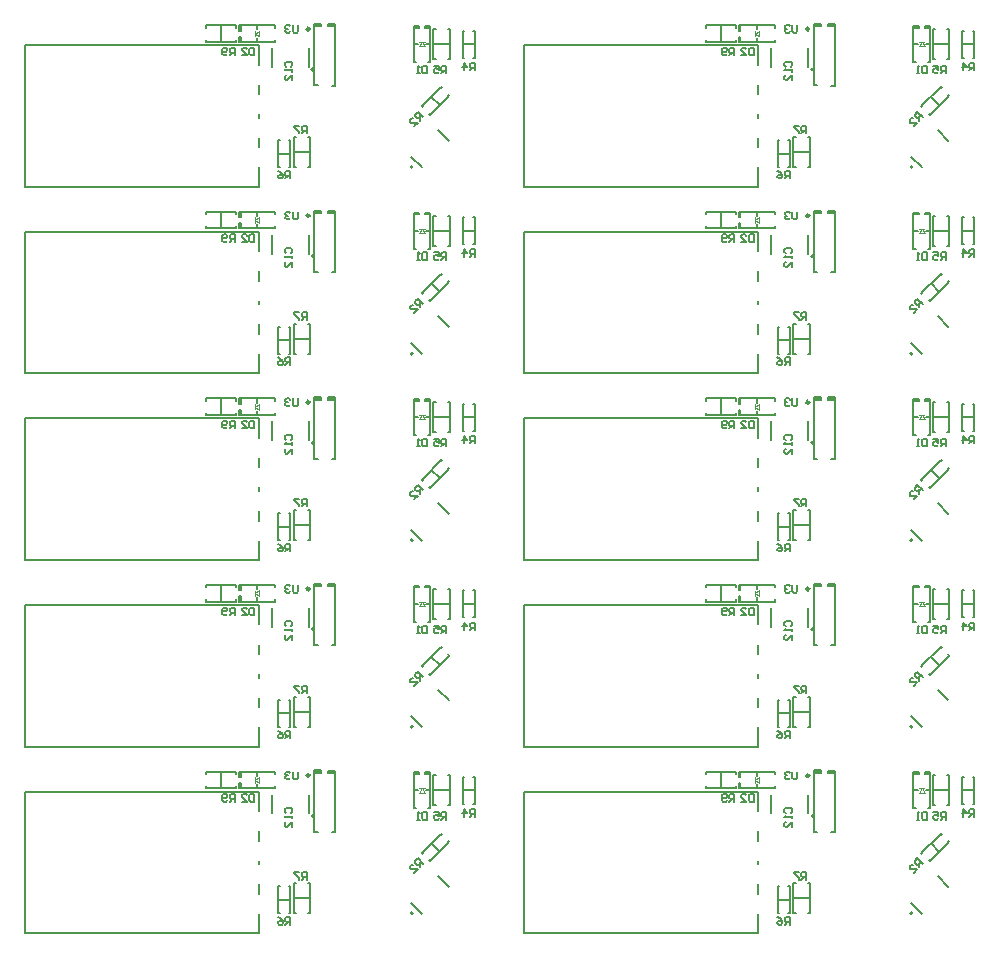
<source format=gbo>
G04*
G04 #@! TF.GenerationSoftware,Altium Limited,Altium Designer,22.10.1 (41)*
G04*
G04 Layer_Color=32896*
%FSTAX24Y24*%
%MOIN*%
G70*
G04*
G04 #@! TF.SameCoordinates,C4D65E7B-EEE1-4A75-A0B3-CD900F305789*
G04*
G04*
G04 #@! TF.FilePolarity,Positive*
G04*
G01*
G75*
%ADD55C,0.0079*%
%ADD56C,0.0098*%
%ADD57C,0.0059*%
%ADD58C,0.0050*%
%ADD59C,0.0060*%
%ADD60C,0.0039*%
%ADD61R,0.0236X0.0059*%
%ADD62R,0.0236X0.0059*%
%ADD63R,0.0236X0.0059*%
%ADD64R,0.0236X0.0059*%
D55*
X026112Y020491D02*
G03*
X026112Y020491I-000039J0D01*
G01*
X029414Y017243D02*
G03*
X029414Y017243I-000039J0D01*
G01*
X026827Y019957D02*
Y022004D01*
X026709Y019957D02*
X026827D01*
X026591Y022004D02*
X026827D01*
X026591Y021926D02*
Y022004D01*
Y021926D02*
X026827D01*
X026129Y019964D02*
Y022011D01*
X026365D01*
X026129Y019964D02*
X026247D01*
X026365Y021932D02*
Y022011D01*
X026129Y021932D02*
X026365D01*
X042766Y020491D02*
G03*
X042766Y020491I-000039J0D01*
G01*
X046068Y017243D02*
G03*
X046068Y017243I-000039J0D01*
G01*
X043481Y019957D02*
Y022004D01*
X043363Y019957D02*
X043481D01*
X043245Y022004D02*
X043481D01*
X043245Y021926D02*
Y022004D01*
Y021926D02*
X043481D01*
X042783Y019964D02*
Y022011D01*
X043019D01*
X042783Y019964D02*
X042901D01*
X043019Y021932D02*
Y022011D01*
X042783Y021932D02*
X043019D01*
X026112Y026712D02*
G03*
X026112Y026712I-000039J0D01*
G01*
X029414Y023464D02*
G03*
X029414Y023464I-000039J0D01*
G01*
X026827Y026178D02*
Y028225D01*
X026709Y026178D02*
X026827D01*
X026591Y028225D02*
X026827D01*
X026591Y028146D02*
Y028225D01*
Y028146D02*
X026827D01*
X026129Y026184D02*
Y028231D01*
X026365D01*
X026129Y026184D02*
X026247D01*
X026365Y028153D02*
Y028231D01*
X026129Y028153D02*
X026365D01*
X042766Y026712D02*
G03*
X042766Y026712I-000039J0D01*
G01*
X046068Y023464D02*
G03*
X046068Y023464I-000039J0D01*
G01*
X043481Y026178D02*
Y028225D01*
X043363Y026178D02*
X043481D01*
X043245Y028225D02*
X043481D01*
X043245Y028146D02*
Y028225D01*
Y028146D02*
X043481D01*
X042783Y026184D02*
Y028231D01*
X043019D01*
X042783Y026184D02*
X042901D01*
X043019Y028153D02*
Y028231D01*
X042783Y028153D02*
X043019D01*
X026112Y032932D02*
G03*
X026112Y032932I-000039J0D01*
G01*
X029414Y029684D02*
G03*
X029414Y029684I-000039J0D01*
G01*
X026827Y032398D02*
Y034445D01*
X026709Y032398D02*
X026827D01*
X026591Y034445D02*
X026827D01*
X026591Y034367D02*
Y034445D01*
Y034367D02*
X026827D01*
X026129Y032405D02*
Y034452D01*
X026365D01*
X026129Y032405D02*
X026247D01*
X026365Y034373D02*
Y034452D01*
X026129Y034373D02*
X026365D01*
X042766Y032932D02*
G03*
X042766Y032932I-000039J0D01*
G01*
X046068Y029684D02*
G03*
X046068Y029684I-000039J0D01*
G01*
X043481Y032398D02*
Y034445D01*
X043363Y032398D02*
X043481D01*
X043245Y034445D02*
X043481D01*
X043245Y034367D02*
Y034445D01*
Y034367D02*
X043481D01*
X042783Y032405D02*
Y034452D01*
X043019D01*
X042783Y032405D02*
X042901D01*
X043019Y034373D02*
Y034452D01*
X042783Y034373D02*
X043019D01*
X026112Y039153D02*
G03*
X026112Y039153I-000039J0D01*
G01*
X029414Y035905D02*
G03*
X029414Y035905I-000039J0D01*
G01*
X026827Y038618D02*
Y040666D01*
X026709Y038618D02*
X026827D01*
X026591Y040666D02*
X026827D01*
X026591Y040587D02*
Y040666D01*
Y040587D02*
X026827D01*
X026129Y038625D02*
Y040672D01*
X026365D01*
X026129Y038625D02*
X026247D01*
X026365Y040594D02*
Y040672D01*
X026129Y040594D02*
X026365D01*
X042766Y039153D02*
G03*
X042766Y039153I-000039J0D01*
G01*
X046068Y035905D02*
G03*
X046068Y035905I-000039J0D01*
G01*
X043481Y038618D02*
Y040666D01*
X043363Y038618D02*
X043481D01*
X043245Y040666D02*
X043481D01*
X043245Y040587D02*
Y040666D01*
Y040587D02*
X043481D01*
X042783Y038625D02*
Y040672D01*
X043019D01*
X042783Y038625D02*
X042901D01*
X043019Y040594D02*
Y040672D01*
X042783Y040594D02*
X043019D01*
X026112Y045373D02*
G03*
X026112Y045373I-000039J0D01*
G01*
X029414Y042125D02*
G03*
X029414Y042125I-000039J0D01*
G01*
X026827Y044839D02*
Y046886D01*
X026709Y044839D02*
X026827D01*
X026591Y046886D02*
X026827D01*
X026591Y046807D02*
Y046886D01*
Y046807D02*
X026827D01*
X026129Y044846D02*
Y046893D01*
X026365D01*
X026129Y044846D02*
X026247D01*
X026365Y046814D02*
Y046893D01*
X026129Y046814D02*
X026365D01*
X042766Y045373D02*
G03*
X042766Y045373I-000039J0D01*
G01*
X046068Y042125D02*
G03*
X046068Y042125I-000039J0D01*
G01*
X043481Y044839D02*
Y046886D01*
X043363Y044839D02*
X043481D01*
X043245Y046886D02*
X043481D01*
X043245Y046807D02*
Y046886D01*
Y046807D02*
X043481D01*
X042783Y044846D02*
Y046893D01*
X043019D01*
X042783Y044846D02*
X042901D01*
X043019Y046814D02*
Y046893D01*
X042783Y046814D02*
X043019D01*
D56*
X025972Y021841D02*
G03*
X025972Y021841I-000049J0D01*
G01*
X042626D02*
G03*
X042626Y021841I-000049J0D01*
G01*
X025972Y028062D02*
G03*
X025972Y028062I-000049J0D01*
G01*
X042626D02*
G03*
X042626Y028062I-000049J0D01*
G01*
X025972Y034282D02*
G03*
X025972Y034282I-000049J0D01*
G01*
X042626D02*
G03*
X042626Y034282I-000049J0D01*
G01*
X025972Y040503D02*
G03*
X025972Y040503I-000049J0D01*
G01*
X042626D02*
G03*
X042626Y040503I-000049J0D01*
G01*
X025972Y046723D02*
G03*
X025972Y046723I-000049J0D01*
G01*
X042626D02*
G03*
X042626Y046723I-000049J0D01*
G01*
D57*
X023023Y021416D02*
Y021967D01*
X023523Y021891D02*
Y021967D01*
X022523D02*
X023523D01*
X022523Y021891D02*
Y021967D01*
Y021416D02*
Y021491D01*
Y021416D02*
X023523D01*
Y021491D01*
X024223Y021829D02*
Y021967D01*
Y021416D02*
Y021554D01*
X024823Y021416D02*
Y021491D01*
X023632Y021416D02*
X024823D01*
X023673D02*
Y021591D01*
Y021791D02*
Y021967D01*
X023632D02*
X024823D01*
Y021891D02*
Y021967D01*
X023623Y021416D02*
X023673D01*
X023623D02*
Y021591D01*
X023673D01*
X023623Y021967D02*
X023673D01*
X023623Y021791D02*
Y021967D01*
Y021791D02*
X023673D01*
X025447Y017741D02*
X025998D01*
X025923Y017241D02*
X025998D01*
Y018241D01*
X025923D02*
X025998D01*
X025447D02*
X025523D01*
X025447Y017241D02*
Y018241D01*
Y017241D02*
X025523D01*
X031423Y021791D02*
X031473D01*
Y020891D02*
Y021791D01*
X031423Y020891D02*
X031473D01*
X031073D02*
X031123D01*
X031073D02*
Y021791D01*
X031123D01*
X031073Y021341D02*
X031473D01*
X029861D02*
X029999D01*
X029447D02*
X029585D01*
X029447Y020741D02*
X029523Y020741D01*
X029447Y021932D02*
X029447Y020741D01*
X029447Y021891D02*
X029623Y021891D01*
X029823Y021891D02*
X029999Y021891D01*
X029999Y021932D02*
X029999Y020741D01*
X029923Y020741D02*
X029999Y020741D01*
X029447Y021941D02*
X029447Y021891D01*
X029447Y021941D02*
X029623D01*
X029623Y021891D01*
X029999Y021941D02*
X029999Y021891D01*
X029823Y021941D02*
X029999D01*
X029823Y021891D02*
Y021941D01*
X030597Y019653D02*
X030633Y019618D01*
X029996Y018982D02*
X030633Y019618D01*
X029961Y019017D02*
X029996Y018982D01*
X029713Y019265D02*
X029749Y019229D01*
X029713Y019265D02*
X03035Y019901D01*
X030385Y019866D01*
X030031Y019583D02*
X030314Y0193D01*
X024271Y020654D02*
Y021304D01*
Y01967D02*
Y019985D01*
Y018882D02*
Y019D01*
Y017898D02*
Y018213D01*
Y016579D02*
Y017229D01*
X016475Y016579D02*
X024271Y016579D01*
X016475Y021304D02*
X024271D01*
X016475Y016579D02*
X016475Y021304D01*
X030573Y021841D02*
X030649Y021841D01*
X030649Y020841D01*
X030573Y020841D02*
X030649Y020841D01*
X030097D02*
X030173D01*
X030097D02*
Y021841D01*
X030173D01*
X030097Y021341D02*
X030649D01*
X024923Y017691D02*
X025323D01*
X025273Y017241D02*
X025323D01*
Y018141D01*
X025273D02*
X025323D01*
X024923D02*
X024973D01*
X024923Y017241D02*
Y018141D01*
Y017241D02*
X024973D01*
X039676Y021416D02*
Y021967D01*
X040176Y021891D02*
Y021967D01*
X039176D02*
X040176D01*
X039176Y021891D02*
Y021967D01*
Y021416D02*
Y021491D01*
Y021416D02*
X040176D01*
Y021491D01*
X040876Y021829D02*
Y021967D01*
Y021416D02*
Y021554D01*
X041476Y021416D02*
Y021491D01*
X040286Y021416D02*
X041476D01*
X040326D02*
Y021591D01*
Y021791D02*
Y021967D01*
X040286D02*
X041476D01*
Y021891D02*
Y021967D01*
X040276Y021416D02*
X040326D01*
X040276D02*
Y021591D01*
X040326D01*
X040276Y021967D02*
X040326D01*
X040276Y021791D02*
Y021967D01*
Y021791D02*
X040326D01*
X042101Y017741D02*
X042652D01*
X042576Y017241D02*
X042652D01*
Y018241D01*
X042576D02*
X042652D01*
X042101D02*
X042176D01*
X042101Y017241D02*
Y018241D01*
Y017241D02*
X042176D01*
X048076Y021791D02*
X048126D01*
Y020891D02*
Y021791D01*
X048076Y020891D02*
X048126D01*
X047726D02*
X047776D01*
X047726D02*
Y021791D01*
X047776D01*
X047726Y021341D02*
X048126D01*
X046514D02*
X046652D01*
X046101D02*
X046239D01*
X046101Y020741D02*
X046176Y020741D01*
X046101Y021932D02*
X046101Y020741D01*
X046101Y021891D02*
X046276Y021891D01*
X046476Y021891D02*
X046652Y021891D01*
X046652Y021932D02*
X046652Y020741D01*
X046576Y020741D02*
X046652Y020741D01*
X046101Y021941D02*
X046101Y021891D01*
X046101Y021941D02*
X046276D01*
X046276Y021891D01*
X046652Y021941D02*
X046652Y021891D01*
X046476Y021941D02*
X046652D01*
X046476Y021891D02*
Y021941D01*
X047251Y019653D02*
X047286Y019618D01*
X04665Y018982D02*
X047286Y019618D01*
X046614Y019017D02*
X04665Y018982D01*
X046367Y019265D02*
X046402Y019229D01*
X046367Y019265D02*
X047003Y019901D01*
X047039Y019866D01*
X046685Y019583D02*
X046968Y0193D01*
X040924Y020654D02*
Y021304D01*
Y01967D02*
Y019985D01*
Y018882D02*
Y019D01*
Y017898D02*
Y018213D01*
Y016579D02*
Y017229D01*
X033129Y016579D02*
X040924Y016579D01*
X033129Y021304D02*
X040924D01*
X033129Y016579D02*
X033129Y021304D01*
X047226Y021841D02*
X047302Y021841D01*
X047302Y020841D01*
X047226Y020841D02*
X047302Y020841D01*
X046751D02*
X046826D01*
X046751D02*
Y021841D01*
X046826D01*
X046751Y021341D02*
X047302D01*
X041576Y017691D02*
X041976D01*
X041926Y017241D02*
X041976D01*
Y018141D01*
X041926D02*
X041976D01*
X041576D02*
X041626D01*
X041576Y017241D02*
Y018141D01*
Y017241D02*
X041626D01*
X023023Y027636D02*
Y028187D01*
X023523Y028112D02*
Y028187D01*
X022523D02*
X023523D01*
X022523Y028112D02*
Y028187D01*
Y027636D02*
Y027712D01*
Y027636D02*
X023523D01*
Y027712D01*
X024223Y02805D02*
Y028187D01*
Y027636D02*
Y027774D01*
X024823Y027636D02*
Y027712D01*
X023632Y027636D02*
X024823D01*
X023673D02*
Y027812D01*
Y028012D02*
Y028187D01*
X023632D02*
X024823D01*
Y028112D02*
Y028187D01*
X023623Y027636D02*
X023673D01*
X023623D02*
Y027812D01*
X023673D01*
X023623Y028187D02*
X023673D01*
X023623Y028012D02*
Y028187D01*
Y028012D02*
X023673D01*
X025447Y023962D02*
X025998D01*
X025923Y023462D02*
X025998D01*
Y024462D01*
X025923D02*
X025998D01*
X025447D02*
X025523D01*
X025447Y023462D02*
Y024462D01*
Y023462D02*
X025523D01*
X031423Y028012D02*
X031473D01*
Y027112D02*
Y028012D01*
X031423Y027112D02*
X031473D01*
X031073D02*
X031123D01*
X031073D02*
Y028012D01*
X031123D01*
X031073Y027562D02*
X031473D01*
X029861D02*
X029999D01*
X029447D02*
X029585D01*
X029447Y026962D02*
X029523Y026962D01*
X029447Y028152D02*
X029447Y026962D01*
X029447Y028112D02*
X029623Y028112D01*
X029823Y028112D02*
X029999Y028112D01*
X029999Y028152D02*
X029999Y026962D01*
X029923Y026962D02*
X029999Y026962D01*
X029447Y028162D02*
X029447Y028112D01*
X029447Y028162D02*
X029623D01*
X029623Y028112D01*
X029999Y028162D02*
X029999Y028112D01*
X029823Y028162D02*
X029999D01*
X029823Y028112D02*
Y028162D01*
X030597Y025874D02*
X030633Y025839D01*
X029996Y025202D02*
X030633Y025839D01*
X029961Y025238D02*
X029996Y025202D01*
X029713Y025485D02*
X029749Y02545D01*
X029713Y025485D02*
X03035Y026121D01*
X030385Y026086D01*
X030031Y025803D02*
X030314Y02552D01*
X024271Y026874D02*
Y027524D01*
Y02589D02*
Y026205D01*
Y025103D02*
Y025221D01*
Y024118D02*
Y024433D01*
Y0228D02*
Y023449D01*
X016475Y0228D02*
X024271Y0228D01*
X016475Y027524D02*
X024271D01*
X016475Y0228D02*
X016475Y027524D01*
X030573Y028062D02*
X030649Y028062D01*
X030649Y027062D01*
X030573Y027062D02*
X030649Y027062D01*
X030097D02*
X030173D01*
X030097D02*
Y028062D01*
X030173D01*
X030097Y027562D02*
X030649D01*
X024923Y023912D02*
X025323D01*
X025273Y023462D02*
X025323D01*
Y024362D01*
X025273D02*
X025323D01*
X024923D02*
X024973D01*
X024923Y023462D02*
Y024362D01*
Y023462D02*
X024973D01*
X039676Y027636D02*
Y028187D01*
X040176Y028112D02*
Y028187D01*
X039176D02*
X040176D01*
X039176Y028112D02*
Y028187D01*
Y027636D02*
Y027712D01*
Y027636D02*
X040176D01*
Y027712D01*
X040876Y02805D02*
Y028187D01*
Y027636D02*
Y027774D01*
X041476Y027636D02*
Y027712D01*
X040286Y027636D02*
X041476D01*
X040326D02*
Y027812D01*
Y028012D02*
Y028187D01*
X040286D02*
X041476D01*
Y028112D02*
Y028187D01*
X040276Y027636D02*
X040326D01*
X040276D02*
Y027812D01*
X040326D01*
X040276Y028187D02*
X040326D01*
X040276Y028012D02*
Y028187D01*
Y028012D02*
X040326D01*
X042101Y023962D02*
X042652D01*
X042576Y023462D02*
X042652D01*
Y024462D01*
X042576D02*
X042652D01*
X042101D02*
X042176D01*
X042101Y023462D02*
Y024462D01*
Y023462D02*
X042176D01*
X048076Y028012D02*
X048126D01*
Y027112D02*
Y028012D01*
X048076Y027112D02*
X048126D01*
X047726D02*
X047776D01*
X047726D02*
Y028012D01*
X047776D01*
X047726Y027562D02*
X048126D01*
X046514D02*
X046652D01*
X046101D02*
X046239D01*
X046101Y026962D02*
X046176Y026962D01*
X046101Y028152D02*
X046101Y026962D01*
X046101Y028112D02*
X046276Y028112D01*
X046476Y028112D02*
X046652Y028112D01*
X046652Y028152D02*
X046652Y026962D01*
X046576Y026962D02*
X046652Y026962D01*
X046101Y028162D02*
X046101Y028112D01*
X046101Y028162D02*
X046276D01*
X046276Y028112D01*
X046652Y028162D02*
X046652Y028112D01*
X046476Y028162D02*
X046652D01*
X046476Y028112D02*
Y028162D01*
X047251Y025874D02*
X047286Y025839D01*
X04665Y025202D02*
X047286Y025839D01*
X046614Y025238D02*
X04665Y025202D01*
X046367Y025485D02*
X046402Y02545D01*
X046367Y025485D02*
X047003Y026121D01*
X047039Y026086D01*
X046685Y025803D02*
X046968Y02552D01*
X040924Y026874D02*
Y027524D01*
Y02589D02*
Y026205D01*
Y025103D02*
Y025221D01*
Y024118D02*
Y024433D01*
Y0228D02*
Y023449D01*
X033129Y0228D02*
X040924Y0228D01*
X033129Y027524D02*
X040924D01*
X033129Y0228D02*
X033129Y027524D01*
X047226Y028062D02*
X047302Y028062D01*
X047302Y027062D01*
X047226Y027062D02*
X047302Y027062D01*
X046751D02*
X046826D01*
X046751D02*
Y028062D01*
X046826D01*
X046751Y027562D02*
X047302D01*
X041576Y023912D02*
X041976D01*
X041926Y023462D02*
X041976D01*
Y024362D01*
X041926D02*
X041976D01*
X041576D02*
X041626D01*
X041576Y023462D02*
Y024362D01*
Y023462D02*
X041626D01*
X023023Y033857D02*
Y034408D01*
X023523Y034332D02*
Y034408D01*
X022523D02*
X023523D01*
X022523Y034332D02*
Y034408D01*
Y033857D02*
Y033932D01*
Y033857D02*
X023523D01*
Y033932D01*
X024223Y03427D02*
Y034408D01*
Y033857D02*
Y033994D01*
X024823Y033857D02*
Y033932D01*
X023632Y033857D02*
X024823D01*
X023673D02*
Y034032D01*
Y034232D02*
Y034408D01*
X023632D02*
X024823D01*
Y034332D02*
Y034408D01*
X023623Y033857D02*
X023673D01*
X023623D02*
Y034032D01*
X023673D01*
X023623Y034408D02*
X023673D01*
X023623Y034232D02*
Y034408D01*
Y034232D02*
X023673D01*
X025447Y030182D02*
X025998D01*
X025923Y029682D02*
X025998D01*
Y030682D01*
X025923D02*
X025998D01*
X025447D02*
X025523D01*
X025447Y029682D02*
Y030682D01*
Y029682D02*
X025523D01*
X031423Y034232D02*
X031473D01*
Y033332D02*
Y034232D01*
X031423Y033332D02*
X031473D01*
X031073D02*
X031123D01*
X031073D02*
Y034232D01*
X031123D01*
X031073Y033782D02*
X031473D01*
X029861D02*
X029999D01*
X029447D02*
X029585D01*
X029447Y033182D02*
X029523Y033182D01*
X029447Y034373D02*
X029447Y033182D01*
X029447Y034332D02*
X029623Y034332D01*
X029823Y034332D02*
X029999Y034332D01*
X029999Y034373D02*
X029999Y033182D01*
X029923Y033182D02*
X029999Y033182D01*
X029447Y034382D02*
X029447Y034332D01*
X029447Y034382D02*
X029623D01*
X029623Y034332D01*
X029999Y034382D02*
X029999Y034332D01*
X029823Y034382D02*
X029999D01*
X029823Y034332D02*
Y034382D01*
X030597Y032094D02*
X030633Y032059D01*
X029996Y031423D02*
X030633Y032059D01*
X029961Y031458D02*
X029996Y031423D01*
X029713Y031705D02*
X029749Y03167D01*
X029713Y031705D02*
X03035Y032342D01*
X030385Y032307D01*
X030031Y032024D02*
X030314Y031741D01*
X024271Y033095D02*
Y033744D01*
Y032111D02*
Y032426D01*
Y031323D02*
Y031441D01*
Y030339D02*
Y030654D01*
Y02902D02*
Y02967D01*
X016475Y02902D02*
X024271Y02902D01*
X016475Y033744D02*
X024271D01*
X016475Y02902D02*
X016475Y033744D01*
X030573Y034282D02*
X030649Y034282D01*
X030649Y033282D01*
X030573Y033282D02*
X030649Y033282D01*
X030097D02*
X030173D01*
X030097D02*
Y034282D01*
X030173D01*
X030097Y033782D02*
X030649D01*
X024923Y030132D02*
X025323D01*
X025273Y029682D02*
X025323D01*
Y030582D01*
X025273D02*
X025323D01*
X024923D02*
X024973D01*
X024923Y029682D02*
Y030582D01*
Y029682D02*
X024973D01*
X039676Y033857D02*
Y034408D01*
X040176Y034332D02*
Y034408D01*
X039176D02*
X040176D01*
X039176Y034332D02*
Y034408D01*
Y033857D02*
Y033932D01*
Y033857D02*
X040176D01*
Y033932D01*
X040876Y03427D02*
Y034408D01*
Y033857D02*
Y033994D01*
X041476Y033857D02*
Y033932D01*
X040286Y033857D02*
X041476D01*
X040326D02*
Y034032D01*
Y034232D02*
Y034408D01*
X040286D02*
X041476D01*
Y034332D02*
Y034408D01*
X040276Y033857D02*
X040326D01*
X040276D02*
Y034032D01*
X040326D01*
X040276Y034408D02*
X040326D01*
X040276Y034232D02*
Y034408D01*
Y034232D02*
X040326D01*
X042101Y030182D02*
X042652D01*
X042576Y029682D02*
X042652D01*
Y030682D01*
X042576D02*
X042652D01*
X042101D02*
X042176D01*
X042101Y029682D02*
Y030682D01*
Y029682D02*
X042176D01*
X048076Y034232D02*
X048126D01*
Y033332D02*
Y034232D01*
X048076Y033332D02*
X048126D01*
X047726D02*
X047776D01*
X047726D02*
Y034232D01*
X047776D01*
X047726Y033782D02*
X048126D01*
X046514D02*
X046652D01*
X046101D02*
X046239D01*
X046101Y033182D02*
X046176Y033182D01*
X046101Y034373D02*
X046101Y033182D01*
X046101Y034332D02*
X046276Y034332D01*
X046476Y034332D02*
X046652Y034332D01*
X046652Y034373D02*
X046652Y033182D01*
X046576Y033182D02*
X046652Y033182D01*
X046101Y034382D02*
X046101Y034332D01*
X046101Y034382D02*
X046276D01*
X046276Y034332D01*
X046652Y034382D02*
X046652Y034332D01*
X046476Y034382D02*
X046652D01*
X046476Y034332D02*
Y034382D01*
X047251Y032094D02*
X047286Y032059D01*
X04665Y031423D02*
X047286Y032059D01*
X046614Y031458D02*
X04665Y031423D01*
X046367Y031705D02*
X046402Y03167D01*
X046367Y031705D02*
X047003Y032342D01*
X047039Y032307D01*
X046685Y032024D02*
X046968Y031741D01*
X040924Y033095D02*
Y033744D01*
Y032111D02*
Y032426D01*
Y031323D02*
Y031441D01*
Y030339D02*
Y030654D01*
Y02902D02*
Y02967D01*
X033129Y02902D02*
X040924Y02902D01*
X033129Y033744D02*
X040924D01*
X033129Y02902D02*
X033129Y033744D01*
X047226Y034282D02*
X047302Y034282D01*
X047302Y033282D01*
X047226Y033282D02*
X047302Y033282D01*
X046751D02*
X046826D01*
X046751D02*
Y034282D01*
X046826D01*
X046751Y033782D02*
X047302D01*
X041576Y030132D02*
X041976D01*
X041926Y029682D02*
X041976D01*
Y030582D01*
X041926D02*
X041976D01*
X041576D02*
X041626D01*
X041576Y029682D02*
Y030582D01*
Y029682D02*
X041626D01*
X023023Y040077D02*
Y040628D01*
X023523Y040553D02*
Y040628D01*
X022523D02*
X023523D01*
X022523Y040553D02*
Y040628D01*
Y040077D02*
Y040153D01*
Y040077D02*
X023523D01*
Y040153D01*
X024223Y040491D02*
Y040628D01*
Y040077D02*
Y040215D01*
X024823Y040077D02*
Y040153D01*
X023632Y040077D02*
X024823D01*
X023673D02*
Y040253D01*
Y040453D02*
Y040628D01*
X023632D02*
X024823D01*
Y040553D02*
Y040628D01*
X023623Y040077D02*
X023673D01*
X023623D02*
Y040253D01*
X023673D01*
X023623Y040628D02*
X023673D01*
X023623Y040453D02*
Y040628D01*
Y040453D02*
X023673D01*
X025447Y036403D02*
X025998D01*
X025923Y035903D02*
X025998D01*
Y036903D01*
X025923D02*
X025998D01*
X025447D02*
X025523D01*
X025447Y035903D02*
Y036903D01*
Y035903D02*
X025523D01*
X031423Y040453D02*
X031473D01*
Y039553D02*
Y040453D01*
X031423Y039553D02*
X031473D01*
X031073D02*
X031123D01*
X031073D02*
Y040453D01*
X031123D01*
X031073Y040003D02*
X031473D01*
X029861D02*
X029999D01*
X029447D02*
X029585D01*
X029447Y039403D02*
X029523Y039403D01*
X029447Y040593D02*
X029447Y039403D01*
X029447Y040553D02*
X029623Y040553D01*
X029823Y040553D02*
X029999Y040553D01*
X029999Y040593D02*
X029999Y039403D01*
X029923Y039403D02*
X029999Y039403D01*
X029447Y040603D02*
X029447Y040553D01*
X029447Y040603D02*
X029623D01*
X029623Y040553D01*
X029999Y040603D02*
X029999Y040553D01*
X029823Y040603D02*
X029999D01*
X029823Y040553D02*
Y040603D01*
X030597Y038315D02*
X030633Y03828D01*
X029996Y037643D02*
X030633Y03828D01*
X029961Y037678D02*
X029996Y037643D01*
X029713Y037926D02*
X029749Y037891D01*
X029713Y037926D02*
X03035Y038562D01*
X030385Y038527D01*
X030031Y038244D02*
X030314Y037961D01*
X024271Y039315D02*
Y039965D01*
Y038331D02*
Y038646D01*
Y037544D02*
Y037662D01*
Y036559D02*
Y036874D01*
Y035241D02*
Y03589D01*
X016475Y035241D02*
X024271Y035241D01*
X016475Y039965D02*
X024271D01*
X016475Y035241D02*
X016475Y039965D01*
X030573Y040503D02*
X030649Y040503D01*
X030649Y039503D01*
X030573Y039503D02*
X030649Y039503D01*
X030097D02*
X030173D01*
X030097D02*
Y040503D01*
X030173D01*
X030097Y040003D02*
X030649D01*
X024923Y036353D02*
X025323D01*
X025273Y035903D02*
X025323D01*
Y036803D01*
X025273D02*
X025323D01*
X024923D02*
X024973D01*
X024923Y035903D02*
Y036803D01*
Y035903D02*
X024973D01*
X039676Y040077D02*
Y040628D01*
X040176Y040553D02*
Y040628D01*
X039176D02*
X040176D01*
X039176Y040553D02*
Y040628D01*
Y040077D02*
Y040153D01*
Y040077D02*
X040176D01*
Y040153D01*
X040876Y040491D02*
Y040628D01*
Y040077D02*
Y040215D01*
X041476Y040077D02*
Y040153D01*
X040286Y040077D02*
X041476D01*
X040326D02*
Y040253D01*
Y040453D02*
Y040628D01*
X040286D02*
X041476D01*
Y040553D02*
Y040628D01*
X040276Y040077D02*
X040326D01*
X040276D02*
Y040253D01*
X040326D01*
X040276Y040628D02*
X040326D01*
X040276Y040453D02*
Y040628D01*
Y040453D02*
X040326D01*
X042101Y036403D02*
X042652D01*
X042576Y035903D02*
X042652D01*
Y036903D01*
X042576D02*
X042652D01*
X042101D02*
X042176D01*
X042101Y035903D02*
Y036903D01*
Y035903D02*
X042176D01*
X048076Y040453D02*
X048126D01*
Y039553D02*
Y040453D01*
X048076Y039553D02*
X048126D01*
X047726D02*
X047776D01*
X047726D02*
Y040453D01*
X047776D01*
X047726Y040003D02*
X048126D01*
X046514D02*
X046652D01*
X046101D02*
X046239D01*
X046101Y039403D02*
X046176Y039403D01*
X046101Y040593D02*
X046101Y039403D01*
X046101Y040553D02*
X046276Y040553D01*
X046476Y040553D02*
X046652Y040553D01*
X046652Y040593D02*
X046652Y039403D01*
X046576Y039403D02*
X046652Y039403D01*
X046101Y040603D02*
X046101Y040553D01*
X046101Y040603D02*
X046276D01*
X046276Y040553D01*
X046652Y040603D02*
X046652Y040553D01*
X046476Y040603D02*
X046652D01*
X046476Y040553D02*
Y040603D01*
X047251Y038315D02*
X047286Y03828D01*
X04665Y037643D02*
X047286Y03828D01*
X046614Y037678D02*
X04665Y037643D01*
X046367Y037926D02*
X046402Y037891D01*
X046367Y037926D02*
X047003Y038562D01*
X047039Y038527D01*
X046685Y038244D02*
X046968Y037961D01*
X040924Y039315D02*
Y039965D01*
Y038331D02*
Y038646D01*
Y037544D02*
Y037662D01*
Y036559D02*
Y036874D01*
Y035241D02*
Y03589D01*
X033129Y035241D02*
X040924Y035241D01*
X033129Y039965D02*
X040924D01*
X033129Y035241D02*
X033129Y039965D01*
X047226Y040503D02*
X047302Y040503D01*
X047302Y039503D01*
X047226Y039503D02*
X047302Y039503D01*
X046751D02*
X046826D01*
X046751D02*
Y040503D01*
X046826D01*
X046751Y040003D02*
X047302D01*
X041576Y036353D02*
X041976D01*
X041926Y035903D02*
X041976D01*
Y036803D01*
X041926D02*
X041976D01*
X041576D02*
X041626D01*
X041576Y035903D02*
Y036803D01*
Y035903D02*
X041626D01*
X023023Y046298D02*
Y046849D01*
X023523Y046773D02*
Y046849D01*
X022523D02*
X023523D01*
X022523Y046773D02*
Y046849D01*
Y046298D02*
Y046373D01*
Y046298D02*
X023523D01*
Y046373D01*
X024223Y046711D02*
Y046849D01*
Y046298D02*
Y046435D01*
X024823Y046298D02*
Y046373D01*
X023632Y046298D02*
X024823D01*
X023673D02*
Y046473D01*
Y046673D02*
Y046849D01*
X023632D02*
X024823D01*
Y046773D02*
Y046849D01*
X023623Y046298D02*
X023673D01*
X023623D02*
Y046473D01*
X023673D01*
X023623Y046849D02*
X023673D01*
X023623Y046673D02*
Y046849D01*
Y046673D02*
X023673D01*
X025447Y042623D02*
X025998D01*
X025923Y042123D02*
X025998D01*
Y043123D01*
X025923D02*
X025998D01*
X025447D02*
X025523D01*
X025447Y042123D02*
Y043123D01*
Y042123D02*
X025523D01*
X031423Y046673D02*
X031473D01*
Y045773D02*
Y046673D01*
X031423Y045773D02*
X031473D01*
X031073D02*
X031123D01*
X031073D02*
Y046673D01*
X031123D01*
X031073Y046223D02*
X031473D01*
X029861D02*
X029999D01*
X029447D02*
X029585D01*
X029447Y045623D02*
X029523Y045623D01*
X029447Y046814D02*
X029447Y045623D01*
X029447Y046773D02*
X029623Y046773D01*
X029823Y046773D02*
X029999Y046773D01*
X029999Y046814D02*
X029999Y045623D01*
X029923Y045623D02*
X029999Y045623D01*
X029447Y046823D02*
X029447Y046773D01*
X029447Y046823D02*
X029623D01*
X029623Y046773D01*
X029999Y046823D02*
X029999Y046773D01*
X029823Y046823D02*
X029999D01*
X029823Y046773D02*
Y046823D01*
X030597Y044535D02*
X030633Y0445D01*
X029996Y043864D02*
X030633Y0445D01*
X029961Y043899D02*
X029996Y043864D01*
X029713Y044146D02*
X029749Y044111D01*
X029713Y044146D02*
X03035Y044783D01*
X030385Y044747D01*
X030031Y044465D02*
X030314Y044182D01*
X024271Y045536D02*
Y046185D01*
Y044552D02*
Y044867D01*
Y043764D02*
Y043882D01*
Y04278D02*
Y043095D01*
Y041461D02*
Y042111D01*
X016475Y041461D02*
X024271Y041461D01*
X016475Y046185D02*
X024271D01*
X016475Y041461D02*
X016475Y046185D01*
X030573Y046723D02*
X030649Y046723D01*
X030649Y045723D01*
X030573Y045723D02*
X030649Y045723D01*
X030097D02*
X030173D01*
X030097D02*
Y046723D01*
X030173D01*
X030097Y046223D02*
X030649D01*
X024923Y042573D02*
X025323D01*
X025273Y042123D02*
X025323D01*
Y043023D01*
X025273D02*
X025323D01*
X024923D02*
X024973D01*
X024923Y042123D02*
Y043023D01*
Y042123D02*
X024973D01*
X039676Y046298D02*
Y046849D01*
X040176Y046773D02*
Y046849D01*
X039176D02*
X040176D01*
X039176Y046773D02*
Y046849D01*
Y046298D02*
Y046373D01*
Y046298D02*
X040176D01*
Y046373D01*
X040876Y046711D02*
Y046849D01*
Y046298D02*
Y046435D01*
X041476Y046298D02*
Y046373D01*
X040286Y046298D02*
X041476D01*
X040326D02*
Y046473D01*
Y046673D02*
Y046849D01*
X040286D02*
X041476D01*
Y046773D02*
Y046849D01*
X040276Y046298D02*
X040326D01*
X040276D02*
Y046473D01*
X040326D01*
X040276Y046849D02*
X040326D01*
X040276Y046673D02*
Y046849D01*
Y046673D02*
X040326D01*
X042101Y042623D02*
X042652D01*
X042576Y042123D02*
X042652D01*
Y043123D01*
X042576D02*
X042652D01*
X042101D02*
X042176D01*
X042101Y042123D02*
Y043123D01*
Y042123D02*
X042176D01*
X048076Y046673D02*
X048126D01*
Y045773D02*
Y046673D01*
X048076Y045773D02*
X048126D01*
X047726D02*
X047776D01*
X047726D02*
Y046673D01*
X047776D01*
X047726Y046223D02*
X048126D01*
X046514D02*
X046652D01*
X046101D02*
X046239D01*
X046101Y045623D02*
X046176Y045623D01*
X046101Y046814D02*
X046101Y045623D01*
X046101Y046773D02*
X046276Y046773D01*
X046476Y046773D02*
X046652Y046773D01*
X046652Y046814D02*
X046652Y045623D01*
X046576Y045623D02*
X046652Y045623D01*
X046101Y046823D02*
X046101Y046773D01*
X046101Y046823D02*
X046276D01*
X046276Y046773D01*
X046652Y046823D02*
X046652Y046773D01*
X046476Y046823D02*
X046652D01*
X046476Y046773D02*
Y046823D01*
X047251Y044535D02*
X047286Y0445D01*
X04665Y043864D02*
X047286Y0445D01*
X046614Y043899D02*
X04665Y043864D01*
X046367Y044146D02*
X046402Y044111D01*
X046367Y044146D02*
X047003Y044783D01*
X047039Y044747D01*
X046685Y044465D02*
X046968Y044182D01*
X040924Y045536D02*
Y046185D01*
Y044552D02*
Y044867D01*
Y043764D02*
Y043882D01*
Y04278D02*
Y043095D01*
Y041461D02*
Y042111D01*
X033129Y041461D02*
X040924Y041461D01*
X033129Y046185D02*
X040924D01*
X033129Y041461D02*
X033129Y046185D01*
X047226Y046723D02*
X047302Y046723D01*
X047302Y045723D01*
X047226Y045723D02*
X047302Y045723D01*
X046751D02*
X046826D01*
X046751D02*
Y046723D01*
X046826D01*
X046751Y046223D02*
X047302D01*
X041576Y042573D02*
X041976D01*
X041926Y042123D02*
X041976D01*
Y043023D01*
X041926D02*
X041976D01*
X041576D02*
X041626D01*
X041576Y042123D02*
Y043023D01*
Y042123D02*
X041626D01*
D58*
X025938Y020576D02*
Y021206D01*
X024707Y020576D02*
Y021206D01*
X029361Y017591D02*
X029723Y017229D01*
X030252Y018482D02*
X030614Y01812D01*
X042592Y020576D02*
Y021206D01*
X041361Y020576D02*
Y021206D01*
X046015Y017591D02*
X046376Y017229D01*
X046905Y018482D02*
X047267Y01812D01*
X025938Y026797D02*
Y027427D01*
X024707Y026797D02*
Y027427D01*
X029361Y023812D02*
X029723Y02345D01*
X030252Y024703D02*
X030614Y024341D01*
X042592Y026797D02*
Y027427D01*
X041361Y026797D02*
Y027427D01*
X046015Y023812D02*
X046376Y02345D01*
X046905Y024703D02*
X047267Y024341D01*
X025938Y033017D02*
Y033647D01*
X024707Y033017D02*
Y033647D01*
X029361Y030032D02*
X029723Y02967D01*
X030252Y030923D02*
X030614Y030561D01*
X042592Y033017D02*
Y033647D01*
X041361Y033017D02*
Y033647D01*
X046015Y030032D02*
X046376Y02967D01*
X046905Y030923D02*
X047267Y030561D01*
X025938Y039238D02*
Y039868D01*
X024707Y039238D02*
Y039868D01*
X029361Y036253D02*
X029723Y035891D01*
X030252Y037144D02*
X030614Y036782D01*
X042592Y039238D02*
Y039868D01*
X041361Y039238D02*
Y039868D01*
X046015Y036253D02*
X046376Y035891D01*
X046905Y037144D02*
X047267Y036782D01*
X025938Y045458D02*
Y046088D01*
X024707Y045458D02*
Y046088D01*
X029361Y042473D02*
X029723Y042111D01*
X030252Y043364D02*
X030614Y043002D01*
X042592Y045458D02*
Y046088D01*
X041361Y045458D02*
Y046088D01*
X046015Y042473D02*
X046376Y042111D01*
X046905Y043364D02*
X047267Y043002D01*
D59*
X025581Y021966D02*
Y021758D01*
X02554Y021716D01*
X025456D01*
X025415Y021758D01*
Y021966D01*
X025331Y021925D02*
X02529Y021966D01*
X025206D01*
X025165Y021925D01*
Y021883D01*
X025206Y021841D01*
X025248D01*
X025206D01*
X025165Y0218D01*
Y021758D01*
X025206Y021716D01*
X02529D01*
X025331Y021758D01*
X023481Y020966D02*
Y021216D01*
X023356D01*
X023315Y021175D01*
Y021091D01*
X023356Y02105D01*
X023481D01*
X023398D02*
X023315Y020966D01*
X023231Y021008D02*
X02319Y020966D01*
X023106D01*
X023065Y021008D01*
Y021175D01*
X023106Y021216D01*
X02319D01*
X023231Y021175D01*
Y021133D01*
X02319Y021091D01*
X023065D01*
X025881Y018366D02*
Y018616D01*
X025756D01*
X025715Y018575D01*
Y018491D01*
X025756Y01845D01*
X025881D01*
X025798D02*
X025715Y018366D01*
X025631Y018616D02*
X025465D01*
Y018575D01*
X025631Y018408D01*
Y018366D01*
X025331Y016866D02*
Y017116D01*
X025206D01*
X025165Y017075D01*
Y016991D01*
X025206Y01695D01*
X025331D01*
X025248D02*
X025165Y016866D01*
X024915Y017116D02*
X024998Y017075D01*
X025081Y016991D01*
Y016908D01*
X02504Y016866D01*
X024956D01*
X024915Y016908D01*
Y01695D01*
X024956Y016991D01*
X025081D01*
X030531Y020366D02*
Y020616D01*
X030406D01*
X030365Y020575D01*
Y020491D01*
X030406Y02045D01*
X030531D01*
X030448D02*
X030365Y020366D01*
X030115Y020616D02*
X030281D01*
Y020491D01*
X030198Y020533D01*
X030156D01*
X030115Y020491D01*
Y020408D01*
X030156Y020366D01*
X03024D01*
X030281Y020408D01*
X031481Y020466D02*
Y020716D01*
X031356D01*
X031315Y020675D01*
Y020591D01*
X031356Y02055D01*
X031481D01*
X031398D02*
X031315Y020466D01*
X031106D02*
Y020716D01*
X031231Y020591D01*
X031065D01*
X029759Y0189D02*
X029582Y019077D01*
X029493Y018989D01*
Y01893D01*
X029552Y018871D01*
X029611Y018871D01*
X0297Y018959D01*
X029641Y0189D02*
X029641Y018782D01*
X029464Y018606D02*
X029582Y018724D01*
X029346D01*
X029317Y018753D01*
Y018812D01*
X029376Y018871D01*
X029435D01*
X024131Y021216D02*
Y020966D01*
X024006D01*
X023965Y021008D01*
Y021175D01*
X024006Y021216D01*
X024131D01*
X023715Y020966D02*
X023881D01*
X023715Y021133D01*
Y021175D01*
X023756Y021216D01*
X02384D01*
X023881Y021175D01*
X02989Y020616D02*
Y020366D01*
X029765D01*
X029723Y020408D01*
Y020575D01*
X029765Y020616D01*
X02989D01*
X02964Y020366D02*
X029556D01*
X029598D01*
Y020616D01*
X02964Y020575D01*
X02519Y020587D02*
X025148Y020629D01*
Y020712D01*
X02519Y020754D01*
X025356D01*
X025398Y020712D01*
Y020629D01*
X025356Y020587D01*
X025398Y020504D02*
Y02042D01*
Y020462D01*
X025148D01*
X02519Y020504D01*
X025398Y020129D02*
Y020296D01*
X025231Y020129D01*
X02519D01*
X025148Y020171D01*
Y020254D01*
X02519Y020296D01*
X042235Y021966D02*
Y021758D01*
X042193Y021716D01*
X04211D01*
X042068Y021758D01*
Y021966D01*
X041985Y021925D02*
X041943Y021966D01*
X04186D01*
X041818Y021925D01*
Y021883D01*
X04186Y021841D01*
X041901D01*
X04186D01*
X041818Y0218D01*
Y021758D01*
X04186Y021716D01*
X041943D01*
X041985Y021758D01*
X040135Y020966D02*
Y021216D01*
X04001D01*
X039968Y021175D01*
Y021091D01*
X04001Y02105D01*
X040135D01*
X040051D02*
X039968Y020966D01*
X039885Y021008D02*
X039843Y020966D01*
X03976D01*
X039718Y021008D01*
Y021175D01*
X03976Y021216D01*
X039843D01*
X039885Y021175D01*
Y021133D01*
X039843Y021091D01*
X039718D01*
X042535Y018366D02*
Y018616D01*
X04241D01*
X042368Y018575D01*
Y018491D01*
X04241Y01845D01*
X042535D01*
X042451D02*
X042368Y018366D01*
X042285Y018616D02*
X042118D01*
Y018575D01*
X042285Y018408D01*
Y018366D01*
X041985Y016866D02*
Y017116D01*
X04186D01*
X041818Y017075D01*
Y016991D01*
X04186Y01695D01*
X041985D01*
X041901D02*
X041818Y016866D01*
X041568Y017116D02*
X041651Y017075D01*
X041735Y016991D01*
Y016908D01*
X041693Y016866D01*
X04161D01*
X041568Y016908D01*
Y01695D01*
X04161Y016991D01*
X041735D01*
X047185Y020366D02*
Y020616D01*
X04706D01*
X047018Y020575D01*
Y020491D01*
X04706Y02045D01*
X047185D01*
X047101D02*
X047018Y020366D01*
X046768Y020616D02*
X046935D01*
Y020491D01*
X046851Y020533D01*
X04681D01*
X046768Y020491D01*
Y020408D01*
X04681Y020366D01*
X046893D01*
X046935Y020408D01*
X048135Y020466D02*
Y020716D01*
X04801D01*
X047968Y020675D01*
Y020591D01*
X04801Y02055D01*
X048135D01*
X048051D02*
X047968Y020466D01*
X04776D02*
Y020716D01*
X047885Y020591D01*
X047718D01*
X046412Y0189D02*
X046235Y019077D01*
X046147Y018989D01*
Y01893D01*
X046206Y018871D01*
X046265Y018871D01*
X046353Y018959D01*
X046294Y0189D02*
X046294Y018782D01*
X046118Y018606D02*
X046235Y018724D01*
X046D01*
X04597Y018753D01*
Y018812D01*
X046029Y018871D01*
X046088D01*
X040785Y021216D02*
Y020966D01*
X04066D01*
X040618Y021008D01*
Y021175D01*
X04066Y021216D01*
X040785D01*
X040368Y020966D02*
X040535D01*
X040368Y021133D01*
Y021175D01*
X04041Y021216D01*
X040493D01*
X040535Y021175D01*
X046543Y020616D02*
Y020366D01*
X046418D01*
X046376Y020408D01*
Y020575D01*
X046418Y020616D01*
X046543D01*
X046293Y020366D02*
X04621D01*
X046251D01*
Y020616D01*
X046293Y020575D01*
X041843Y020587D02*
X041801Y020629D01*
Y020712D01*
X041843Y020754D01*
X04201D01*
X042051Y020712D01*
Y020629D01*
X04201Y020587D01*
X042051Y020504D02*
Y02042D01*
Y020462D01*
X041801D01*
X041843Y020504D01*
X042051Y020129D02*
Y020296D01*
X041885Y020129D01*
X041843D01*
X041801Y020171D01*
Y020254D01*
X041843Y020296D01*
X025581Y028187D02*
Y027978D01*
X02554Y027937D01*
X025456D01*
X025415Y027978D01*
Y028187D01*
X025331Y028145D02*
X02529Y028187D01*
X025206D01*
X025165Y028145D01*
Y028103D01*
X025206Y028062D01*
X025248D01*
X025206D01*
X025165Y02802D01*
Y027978D01*
X025206Y027937D01*
X02529D01*
X025331Y027978D01*
X023481Y027187D02*
Y027437D01*
X023356D01*
X023315Y027395D01*
Y027312D01*
X023356Y02727D01*
X023481D01*
X023398D02*
X023315Y027187D01*
X023231Y027228D02*
X02319Y027187D01*
X023106D01*
X023065Y027228D01*
Y027395D01*
X023106Y027437D01*
X02319D01*
X023231Y027395D01*
Y027353D01*
X02319Y027312D01*
X023065D01*
X025881Y024587D02*
Y024837D01*
X025756D01*
X025715Y024795D01*
Y024712D01*
X025756Y02467D01*
X025881D01*
X025798D02*
X025715Y024587D01*
X025631Y024837D02*
X025465D01*
Y024795D01*
X025631Y024628D01*
Y024587D01*
X025331Y023087D02*
Y023337D01*
X025206D01*
X025165Y023295D01*
Y023212D01*
X025206Y02317D01*
X025331D01*
X025248D02*
X025165Y023087D01*
X024915Y023337D02*
X024998Y023295D01*
X025081Y023212D01*
Y023128D01*
X02504Y023087D01*
X024956D01*
X024915Y023128D01*
Y02317D01*
X024956Y023212D01*
X025081D01*
X030531Y026587D02*
Y026837D01*
X030406D01*
X030365Y026795D01*
Y026712D01*
X030406Y02667D01*
X030531D01*
X030448D02*
X030365Y026587D01*
X030115Y026837D02*
X030281D01*
Y026712D01*
X030198Y026753D01*
X030156D01*
X030115Y026712D01*
Y026628D01*
X030156Y026587D01*
X03024D01*
X030281Y026628D01*
X031481Y026687D02*
Y026937D01*
X031356D01*
X031315Y026895D01*
Y026812D01*
X031356Y02677D01*
X031481D01*
X031398D02*
X031315Y026687D01*
X031106D02*
Y026937D01*
X031231Y026812D01*
X031065D01*
X029759Y025121D02*
X029582Y025297D01*
X029493Y025209D01*
Y02515D01*
X029552Y025091D01*
X029611Y025091D01*
X0297Y02518D01*
X029641Y025121D02*
X029641Y025003D01*
X029464Y024826D02*
X029582Y024944D01*
X029346D01*
X029317Y024973D01*
Y025032D01*
X029376Y025091D01*
X029435D01*
X024131Y027437D02*
Y027187D01*
X024006D01*
X023965Y027228D01*
Y027395D01*
X024006Y027437D01*
X024131D01*
X023715Y027187D02*
X023881D01*
X023715Y027353D01*
Y027395D01*
X023756Y027437D01*
X02384D01*
X023881Y027395D01*
X02989Y026837D02*
Y026587D01*
X029765D01*
X029723Y026628D01*
Y026795D01*
X029765Y026837D01*
X02989D01*
X02964Y026587D02*
X029556D01*
X029598D01*
Y026837D01*
X02964Y026795D01*
X02519Y026808D02*
X025148Y026849D01*
Y026933D01*
X02519Y026974D01*
X025356D01*
X025398Y026933D01*
Y026849D01*
X025356Y026808D01*
X025398Y026724D02*
Y026641D01*
Y026683D01*
X025148D01*
X02519Y026724D01*
X025398Y026349D02*
Y026516D01*
X025231Y026349D01*
X02519D01*
X025148Y026391D01*
Y026474D01*
X02519Y026516D01*
X042235Y028187D02*
Y027978D01*
X042193Y027937D01*
X04211D01*
X042068Y027978D01*
Y028187D01*
X041985Y028145D02*
X041943Y028187D01*
X04186D01*
X041818Y028145D01*
Y028103D01*
X04186Y028062D01*
X041901D01*
X04186D01*
X041818Y02802D01*
Y027978D01*
X04186Y027937D01*
X041943D01*
X041985Y027978D01*
X040135Y027187D02*
Y027437D01*
X04001D01*
X039968Y027395D01*
Y027312D01*
X04001Y02727D01*
X040135D01*
X040051D02*
X039968Y027187D01*
X039885Y027228D02*
X039843Y027187D01*
X03976D01*
X039718Y027228D01*
Y027395D01*
X03976Y027437D01*
X039843D01*
X039885Y027395D01*
Y027353D01*
X039843Y027312D01*
X039718D01*
X042535Y024587D02*
Y024837D01*
X04241D01*
X042368Y024795D01*
Y024712D01*
X04241Y02467D01*
X042535D01*
X042451D02*
X042368Y024587D01*
X042285Y024837D02*
X042118D01*
Y024795D01*
X042285Y024628D01*
Y024587D01*
X041985Y023087D02*
Y023337D01*
X04186D01*
X041818Y023295D01*
Y023212D01*
X04186Y02317D01*
X041985D01*
X041901D02*
X041818Y023087D01*
X041568Y023337D02*
X041651Y023295D01*
X041735Y023212D01*
Y023128D01*
X041693Y023087D01*
X04161D01*
X041568Y023128D01*
Y02317D01*
X04161Y023212D01*
X041735D01*
X047185Y026587D02*
Y026837D01*
X04706D01*
X047018Y026795D01*
Y026712D01*
X04706Y02667D01*
X047185D01*
X047101D02*
X047018Y026587D01*
X046768Y026837D02*
X046935D01*
Y026712D01*
X046851Y026753D01*
X04681D01*
X046768Y026712D01*
Y026628D01*
X04681Y026587D01*
X046893D01*
X046935Y026628D01*
X048135Y026687D02*
Y026937D01*
X04801D01*
X047968Y026895D01*
Y026812D01*
X04801Y02677D01*
X048135D01*
X048051D02*
X047968Y026687D01*
X04776D02*
Y026937D01*
X047885Y026812D01*
X047718D01*
X046412Y025121D02*
X046235Y025297D01*
X046147Y025209D01*
Y02515D01*
X046206Y025091D01*
X046265Y025091D01*
X046353Y02518D01*
X046294Y025121D02*
X046294Y025003D01*
X046118Y024826D02*
X046235Y024944D01*
X046D01*
X04597Y024973D01*
Y025032D01*
X046029Y025091D01*
X046088D01*
X040785Y027437D02*
Y027187D01*
X04066D01*
X040618Y027228D01*
Y027395D01*
X04066Y027437D01*
X040785D01*
X040368Y027187D02*
X040535D01*
X040368Y027353D01*
Y027395D01*
X04041Y027437D01*
X040493D01*
X040535Y027395D01*
X046543Y026837D02*
Y026587D01*
X046418D01*
X046376Y026628D01*
Y026795D01*
X046418Y026837D01*
X046543D01*
X046293Y026587D02*
X04621D01*
X046251D01*
Y026837D01*
X046293Y026795D01*
X041843Y026808D02*
X041801Y026849D01*
Y026933D01*
X041843Y026974D01*
X04201D01*
X042051Y026933D01*
Y026849D01*
X04201Y026808D01*
X042051Y026724D02*
Y026641D01*
Y026683D01*
X041801D01*
X041843Y026724D01*
X042051Y026349D02*
Y026516D01*
X041885Y026349D01*
X041843D01*
X041801Y026391D01*
Y026474D01*
X041843Y026516D01*
X025581Y034407D02*
Y034199D01*
X02554Y034157D01*
X025456D01*
X025415Y034199D01*
Y034407D01*
X025331Y034366D02*
X02529Y034407D01*
X025206D01*
X025165Y034366D01*
Y034324D01*
X025206Y034282D01*
X025248D01*
X025206D01*
X025165Y034241D01*
Y034199D01*
X025206Y034157D01*
X02529D01*
X025331Y034199D01*
X023481Y033407D02*
Y033657D01*
X023356D01*
X023315Y033616D01*
Y033532D01*
X023356Y033491D01*
X023481D01*
X023398D02*
X023315Y033407D01*
X023231Y033449D02*
X02319Y033407D01*
X023106D01*
X023065Y033449D01*
Y033616D01*
X023106Y033657D01*
X02319D01*
X023231Y033616D01*
Y033574D01*
X02319Y033532D01*
X023065D01*
X025881Y030807D02*
Y031057D01*
X025756D01*
X025715Y031016D01*
Y030932D01*
X025756Y030891D01*
X025881D01*
X025798D02*
X025715Y030807D01*
X025631Y031057D02*
X025465D01*
Y031016D01*
X025631Y030849D01*
Y030807D01*
X025331Y029307D02*
Y029557D01*
X025206D01*
X025165Y029516D01*
Y029432D01*
X025206Y029391D01*
X025331D01*
X025248D02*
X025165Y029307D01*
X024915Y029557D02*
X024998Y029516D01*
X025081Y029432D01*
Y029349D01*
X02504Y029307D01*
X024956D01*
X024915Y029349D01*
Y029391D01*
X024956Y029432D01*
X025081D01*
X030531Y032807D02*
Y033057D01*
X030406D01*
X030365Y033016D01*
Y032932D01*
X030406Y032891D01*
X030531D01*
X030448D02*
X030365Y032807D01*
X030115Y033057D02*
X030281D01*
Y032932D01*
X030198Y032974D01*
X030156D01*
X030115Y032932D01*
Y032849D01*
X030156Y032807D01*
X03024D01*
X030281Y032849D01*
X031481Y032907D02*
Y033157D01*
X031356D01*
X031315Y033116D01*
Y033032D01*
X031356Y032991D01*
X031481D01*
X031398D02*
X031315Y032907D01*
X031106D02*
Y033157D01*
X031231Y033032D01*
X031065D01*
X029759Y031341D02*
X029582Y031518D01*
X029493Y03143D01*
Y031371D01*
X029552Y031312D01*
X029611Y031312D01*
X0297Y0314D01*
X029641Y031341D02*
X029641Y031223D01*
X029464Y031047D02*
X029582Y031164D01*
X029346D01*
X029317Y031194D01*
Y031253D01*
X029376Y031312D01*
X029435D01*
X024131Y033657D02*
Y033407D01*
X024006D01*
X023965Y033449D01*
Y033616D01*
X024006Y033657D01*
X024131D01*
X023715Y033407D02*
X023881D01*
X023715Y033574D01*
Y033616D01*
X023756Y033657D01*
X02384D01*
X023881Y033616D01*
X02989Y033057D02*
Y032807D01*
X029765D01*
X029723Y032849D01*
Y033016D01*
X029765Y033057D01*
X02989D01*
X02964Y032807D02*
X029556D01*
X029598D01*
Y033057D01*
X02964Y033016D01*
X02519Y033028D02*
X025148Y03307D01*
Y033153D01*
X02519Y033195D01*
X025356D01*
X025398Y033153D01*
Y03307D01*
X025356Y033028D01*
X025398Y032945D02*
Y032861D01*
Y032903D01*
X025148D01*
X02519Y032945D01*
X025398Y03257D02*
Y032736D01*
X025231Y03257D01*
X02519D01*
X025148Y032612D01*
Y032695D01*
X02519Y032736D01*
X042235Y034407D02*
Y034199D01*
X042193Y034157D01*
X04211D01*
X042068Y034199D01*
Y034407D01*
X041985Y034366D02*
X041943Y034407D01*
X04186D01*
X041818Y034366D01*
Y034324D01*
X04186Y034282D01*
X041901D01*
X04186D01*
X041818Y034241D01*
Y034199D01*
X04186Y034157D01*
X041943D01*
X041985Y034199D01*
X040135Y033407D02*
Y033657D01*
X04001D01*
X039968Y033616D01*
Y033532D01*
X04001Y033491D01*
X040135D01*
X040051D02*
X039968Y033407D01*
X039885Y033449D02*
X039843Y033407D01*
X03976D01*
X039718Y033449D01*
Y033616D01*
X03976Y033657D01*
X039843D01*
X039885Y033616D01*
Y033574D01*
X039843Y033532D01*
X039718D01*
X042535Y030807D02*
Y031057D01*
X04241D01*
X042368Y031016D01*
Y030932D01*
X04241Y030891D01*
X042535D01*
X042451D02*
X042368Y030807D01*
X042285Y031057D02*
X042118D01*
Y031016D01*
X042285Y030849D01*
Y030807D01*
X041985Y029307D02*
Y029557D01*
X04186D01*
X041818Y029516D01*
Y029432D01*
X04186Y029391D01*
X041985D01*
X041901D02*
X041818Y029307D01*
X041568Y029557D02*
X041651Y029516D01*
X041735Y029432D01*
Y029349D01*
X041693Y029307D01*
X04161D01*
X041568Y029349D01*
Y029391D01*
X04161Y029432D01*
X041735D01*
X047185Y032807D02*
Y033057D01*
X04706D01*
X047018Y033016D01*
Y032932D01*
X04706Y032891D01*
X047185D01*
X047101D02*
X047018Y032807D01*
X046768Y033057D02*
X046935D01*
Y032932D01*
X046851Y032974D01*
X04681D01*
X046768Y032932D01*
Y032849D01*
X04681Y032807D01*
X046893D01*
X046935Y032849D01*
X048135Y032907D02*
Y033157D01*
X04801D01*
X047968Y033116D01*
Y033032D01*
X04801Y032991D01*
X048135D01*
X048051D02*
X047968Y032907D01*
X04776D02*
Y033157D01*
X047885Y033032D01*
X047718D01*
X046412Y031341D02*
X046235Y031518D01*
X046147Y03143D01*
Y031371D01*
X046206Y031312D01*
X046265Y031312D01*
X046353Y0314D01*
X046294Y031341D02*
X046294Y031223D01*
X046118Y031047D02*
X046235Y031164D01*
X046D01*
X04597Y031194D01*
Y031253D01*
X046029Y031312D01*
X046088D01*
X040785Y033657D02*
Y033407D01*
X04066D01*
X040618Y033449D01*
Y033616D01*
X04066Y033657D01*
X040785D01*
X040368Y033407D02*
X040535D01*
X040368Y033574D01*
Y033616D01*
X04041Y033657D01*
X040493D01*
X040535Y033616D01*
X046543Y033057D02*
Y032807D01*
X046418D01*
X046376Y032849D01*
Y033016D01*
X046418Y033057D01*
X046543D01*
X046293Y032807D02*
X04621D01*
X046251D01*
Y033057D01*
X046293Y033016D01*
X041843Y033028D02*
X041801Y03307D01*
Y033153D01*
X041843Y033195D01*
X04201D01*
X042051Y033153D01*
Y03307D01*
X04201Y033028D01*
X042051Y032945D02*
Y032861D01*
Y032903D01*
X041801D01*
X041843Y032945D01*
X042051Y03257D02*
Y032736D01*
X041885Y03257D01*
X041843D01*
X041801Y032612D01*
Y032695D01*
X041843Y032736D01*
X025581Y040628D02*
Y040419D01*
X02554Y040378D01*
X025456D01*
X025415Y040419D01*
Y040628D01*
X025331Y040586D02*
X02529Y040628D01*
X025206D01*
X025165Y040586D01*
Y040544D01*
X025206Y040503D01*
X025248D01*
X025206D01*
X025165Y040461D01*
Y040419D01*
X025206Y040378D01*
X02529D01*
X025331Y040419D01*
X023481Y039628D02*
Y039878D01*
X023356D01*
X023315Y039836D01*
Y039753D01*
X023356Y039711D01*
X023481D01*
X023398D02*
X023315Y039628D01*
X023231Y039669D02*
X02319Y039628D01*
X023106D01*
X023065Y039669D01*
Y039836D01*
X023106Y039878D01*
X02319D01*
X023231Y039836D01*
Y039794D01*
X02319Y039753D01*
X023065D01*
X025881Y037028D02*
Y037278D01*
X025756D01*
X025715Y037236D01*
Y037153D01*
X025756Y037111D01*
X025881D01*
X025798D02*
X025715Y037028D01*
X025631Y037278D02*
X025465D01*
Y037236D01*
X025631Y037069D01*
Y037028D01*
X025331Y035528D02*
Y035778D01*
X025206D01*
X025165Y035736D01*
Y035653D01*
X025206Y035611D01*
X025331D01*
X025248D02*
X025165Y035528D01*
X024915Y035778D02*
X024998Y035736D01*
X025081Y035653D01*
Y035569D01*
X02504Y035528D01*
X024956D01*
X024915Y035569D01*
Y035611D01*
X024956Y035653D01*
X025081D01*
X030531Y039028D02*
Y039278D01*
X030406D01*
X030365Y039236D01*
Y039153D01*
X030406Y039111D01*
X030531D01*
X030448D02*
X030365Y039028D01*
X030115Y039278D02*
X030281D01*
Y039153D01*
X030198Y039194D01*
X030156D01*
X030115Y039153D01*
Y039069D01*
X030156Y039028D01*
X03024D01*
X030281Y039069D01*
X031481Y039128D02*
Y039378D01*
X031356D01*
X031315Y039336D01*
Y039253D01*
X031356Y039211D01*
X031481D01*
X031398D02*
X031315Y039128D01*
X031106D02*
Y039378D01*
X031231Y039253D01*
X031065D01*
X029759Y037562D02*
X029582Y037738D01*
X029493Y03765D01*
Y037591D01*
X029552Y037532D01*
X029611Y037532D01*
X0297Y037621D01*
X029641Y037562D02*
X029641Y037444D01*
X029464Y037267D02*
X029582Y037385D01*
X029346D01*
X029317Y037414D01*
Y037473D01*
X029376Y037532D01*
X029435D01*
X024131Y039878D02*
Y039628D01*
X024006D01*
X023965Y039669D01*
Y039836D01*
X024006Y039878D01*
X024131D01*
X023715Y039628D02*
X023881D01*
X023715Y039794D01*
Y039836D01*
X023756Y039878D01*
X02384D01*
X023881Y039836D01*
X02989Y039278D02*
Y039028D01*
X029765D01*
X029723Y039069D01*
Y039236D01*
X029765Y039278D01*
X02989D01*
X02964Y039028D02*
X029556D01*
X029598D01*
Y039278D01*
X02964Y039236D01*
X02519Y039249D02*
X025148Y03929D01*
Y039373D01*
X02519Y039415D01*
X025356D01*
X025398Y039373D01*
Y03929D01*
X025356Y039249D01*
X025398Y039165D02*
Y039082D01*
Y039124D01*
X025148D01*
X02519Y039165D01*
X025398Y03879D02*
Y038957D01*
X025231Y03879D01*
X02519D01*
X025148Y038832D01*
Y038915D01*
X02519Y038957D01*
X042235Y040628D02*
Y040419D01*
X042193Y040378D01*
X04211D01*
X042068Y040419D01*
Y040628D01*
X041985Y040586D02*
X041943Y040628D01*
X04186D01*
X041818Y040586D01*
Y040544D01*
X04186Y040503D01*
X041901D01*
X04186D01*
X041818Y040461D01*
Y040419D01*
X04186Y040378D01*
X041943D01*
X041985Y040419D01*
X040135Y039628D02*
Y039878D01*
X04001D01*
X039968Y039836D01*
Y039753D01*
X04001Y039711D01*
X040135D01*
X040051D02*
X039968Y039628D01*
X039885Y039669D02*
X039843Y039628D01*
X03976D01*
X039718Y039669D01*
Y039836D01*
X03976Y039878D01*
X039843D01*
X039885Y039836D01*
Y039794D01*
X039843Y039753D01*
X039718D01*
X042535Y037028D02*
Y037278D01*
X04241D01*
X042368Y037236D01*
Y037153D01*
X04241Y037111D01*
X042535D01*
X042451D02*
X042368Y037028D01*
X042285Y037278D02*
X042118D01*
Y037236D01*
X042285Y037069D01*
Y037028D01*
X041985Y035528D02*
Y035778D01*
X04186D01*
X041818Y035736D01*
Y035653D01*
X04186Y035611D01*
X041985D01*
X041901D02*
X041818Y035528D01*
X041568Y035778D02*
X041651Y035736D01*
X041735Y035653D01*
Y035569D01*
X041693Y035528D01*
X04161D01*
X041568Y035569D01*
Y035611D01*
X04161Y035653D01*
X041735D01*
X047185Y039028D02*
Y039278D01*
X04706D01*
X047018Y039236D01*
Y039153D01*
X04706Y039111D01*
X047185D01*
X047101D02*
X047018Y039028D01*
X046768Y039278D02*
X046935D01*
Y039153D01*
X046851Y039194D01*
X04681D01*
X046768Y039153D01*
Y039069D01*
X04681Y039028D01*
X046893D01*
X046935Y039069D01*
X048135Y039128D02*
Y039378D01*
X04801D01*
X047968Y039336D01*
Y039253D01*
X04801Y039211D01*
X048135D01*
X048051D02*
X047968Y039128D01*
X04776D02*
Y039378D01*
X047885Y039253D01*
X047718D01*
X046412Y037562D02*
X046235Y037738D01*
X046147Y03765D01*
Y037591D01*
X046206Y037532D01*
X046265Y037532D01*
X046353Y037621D01*
X046294Y037562D02*
X046294Y037444D01*
X046118Y037267D02*
X046235Y037385D01*
X046D01*
X04597Y037414D01*
Y037473D01*
X046029Y037532D01*
X046088D01*
X040785Y039878D02*
Y039628D01*
X04066D01*
X040618Y039669D01*
Y039836D01*
X04066Y039878D01*
X040785D01*
X040368Y039628D02*
X040535D01*
X040368Y039794D01*
Y039836D01*
X04041Y039878D01*
X040493D01*
X040535Y039836D01*
X046543Y039278D02*
Y039028D01*
X046418D01*
X046376Y039069D01*
Y039236D01*
X046418Y039278D01*
X046543D01*
X046293Y039028D02*
X04621D01*
X046251D01*
Y039278D01*
X046293Y039236D01*
X041843Y039249D02*
X041801Y03929D01*
Y039373D01*
X041843Y039415D01*
X04201D01*
X042051Y039373D01*
Y03929D01*
X04201Y039249D01*
X042051Y039165D02*
Y039082D01*
Y039124D01*
X041801D01*
X041843Y039165D01*
X042051Y03879D02*
Y038957D01*
X041885Y03879D01*
X041843D01*
X041801Y038832D01*
Y038915D01*
X041843Y038957D01*
X025581Y046848D02*
Y04664D01*
X02554Y046598D01*
X025456D01*
X025415Y04664D01*
Y046848D01*
X025331Y046807D02*
X02529Y046848D01*
X025206D01*
X025165Y046807D01*
Y046765D01*
X025206Y046723D01*
X025248D01*
X025206D01*
X025165Y046682D01*
Y04664D01*
X025206Y046598D01*
X02529D01*
X025331Y04664D01*
X023481Y045848D02*
Y046098D01*
X023356D01*
X023315Y046057D01*
Y045973D01*
X023356Y045932D01*
X023481D01*
X023398D02*
X023315Y045848D01*
X023231Y04589D02*
X02319Y045848D01*
X023106D01*
X023065Y04589D01*
Y046057D01*
X023106Y046098D01*
X02319D01*
X023231Y046057D01*
Y046015D01*
X02319Y045973D01*
X023065D01*
X025881Y043248D02*
Y043498D01*
X025756D01*
X025715Y043457D01*
Y043373D01*
X025756Y043332D01*
X025881D01*
X025798D02*
X025715Y043248D01*
X025631Y043498D02*
X025465D01*
Y043457D01*
X025631Y04329D01*
Y043248D01*
X025331Y041748D02*
Y041998D01*
X025206D01*
X025165Y041957D01*
Y041873D01*
X025206Y041832D01*
X025331D01*
X025248D02*
X025165Y041748D01*
X024915Y041998D02*
X024998Y041957D01*
X025081Y041873D01*
Y04179D01*
X02504Y041748D01*
X024956D01*
X024915Y04179D01*
Y041832D01*
X024956Y041873D01*
X025081D01*
X030531Y045248D02*
Y045498D01*
X030406D01*
X030365Y045457D01*
Y045373D01*
X030406Y045332D01*
X030531D01*
X030448D02*
X030365Y045248D01*
X030115Y045498D02*
X030281D01*
Y045373D01*
X030198Y045415D01*
X030156D01*
X030115Y045373D01*
Y04529D01*
X030156Y045248D01*
X03024D01*
X030281Y04529D01*
X031481Y045348D02*
Y045598D01*
X031356D01*
X031315Y045557D01*
Y045473D01*
X031356Y045432D01*
X031481D01*
X031398D02*
X031315Y045348D01*
X031106D02*
Y045598D01*
X031231Y045473D01*
X031065D01*
X029759Y043782D02*
X029582Y043959D01*
X029493Y04387D01*
Y043812D01*
X029552Y043753D01*
X029611Y043753D01*
X0297Y043841D01*
X029641Y043782D02*
X029641Y043664D01*
X029464Y043488D02*
X029582Y043605D01*
X029346D01*
X029317Y043635D01*
Y043694D01*
X029376Y043753D01*
X029435D01*
X024131Y046098D02*
Y045848D01*
X024006D01*
X023965Y04589D01*
Y046057D01*
X024006Y046098D01*
X024131D01*
X023715Y045848D02*
X023881D01*
X023715Y046015D01*
Y046057D01*
X023756Y046098D01*
X02384D01*
X023881Y046057D01*
X02989Y045498D02*
Y045248D01*
X029765D01*
X029723Y04529D01*
Y045457D01*
X029765Y045498D01*
X02989D01*
X02964Y045248D02*
X029556D01*
X029598D01*
Y045498D01*
X02964Y045457D01*
X02519Y045469D02*
X025148Y045511D01*
Y045594D01*
X02519Y045636D01*
X025356D01*
X025398Y045594D01*
Y045511D01*
X025356Y045469D01*
X025398Y045386D02*
Y045302D01*
Y045344D01*
X025148D01*
X02519Y045386D01*
X025398Y045011D02*
Y045177D01*
X025231Y045011D01*
X02519D01*
X025148Y045052D01*
Y045136D01*
X02519Y045177D01*
X042235Y046848D02*
Y04664D01*
X042193Y046598D01*
X04211D01*
X042068Y04664D01*
Y046848D01*
X041985Y046807D02*
X041943Y046848D01*
X04186D01*
X041818Y046807D01*
Y046765D01*
X04186Y046723D01*
X041901D01*
X04186D01*
X041818Y046682D01*
Y04664D01*
X04186Y046598D01*
X041943D01*
X041985Y04664D01*
X040135Y045848D02*
Y046098D01*
X04001D01*
X039968Y046057D01*
Y045973D01*
X04001Y045932D01*
X040135D01*
X040051D02*
X039968Y045848D01*
X039885Y04589D02*
X039843Y045848D01*
X03976D01*
X039718Y04589D01*
Y046057D01*
X03976Y046098D01*
X039843D01*
X039885Y046057D01*
Y046015D01*
X039843Y045973D01*
X039718D01*
X042535Y043248D02*
Y043498D01*
X04241D01*
X042368Y043457D01*
Y043373D01*
X04241Y043332D01*
X042535D01*
X042451D02*
X042368Y043248D01*
X042285Y043498D02*
X042118D01*
Y043457D01*
X042285Y04329D01*
Y043248D01*
X041985Y041748D02*
Y041998D01*
X04186D01*
X041818Y041957D01*
Y041873D01*
X04186Y041832D01*
X041985D01*
X041901D02*
X041818Y041748D01*
X041568Y041998D02*
X041651Y041957D01*
X041735Y041873D01*
Y04179D01*
X041693Y041748D01*
X04161D01*
X041568Y04179D01*
Y041832D01*
X04161Y041873D01*
X041735D01*
X047185Y045248D02*
Y045498D01*
X04706D01*
X047018Y045457D01*
Y045373D01*
X04706Y045332D01*
X047185D01*
X047101D02*
X047018Y045248D01*
X046768Y045498D02*
X046935D01*
Y045373D01*
X046851Y045415D01*
X04681D01*
X046768Y045373D01*
Y04529D01*
X04681Y045248D01*
X046893D01*
X046935Y04529D01*
X048135Y045348D02*
Y045598D01*
X04801D01*
X047968Y045557D01*
Y045473D01*
X04801Y045432D01*
X048135D01*
X048051D02*
X047968Y045348D01*
X04776D02*
Y045598D01*
X047885Y045473D01*
X047718D01*
X046412Y043782D02*
X046235Y043959D01*
X046147Y04387D01*
Y043812D01*
X046206Y043753D01*
X046265Y043753D01*
X046353Y043841D01*
X046294Y043782D02*
X046294Y043664D01*
X046118Y043488D02*
X046235Y043605D01*
X046D01*
X04597Y043635D01*
Y043694D01*
X046029Y043753D01*
X046088D01*
X040785Y046098D02*
Y045848D01*
X04066D01*
X040618Y04589D01*
Y046057D01*
X04066Y046098D01*
X040785D01*
X040368Y045848D02*
X040535D01*
X040368Y046015D01*
Y046057D01*
X04041Y046098D01*
X040493D01*
X040535Y046057D01*
X046543Y045498D02*
Y045248D01*
X046418D01*
X046376Y04529D01*
Y045457D01*
X046418Y045498D01*
X046543D01*
X046293Y045248D02*
X04621D01*
X046251D01*
Y045498D01*
X046293Y045457D01*
X041843Y045469D02*
X041801Y045511D01*
Y045594D01*
X041843Y045636D01*
X04201D01*
X042051Y045594D01*
Y045511D01*
X04201Y045469D01*
X042051Y045386D02*
Y045302D01*
Y045344D01*
X041801D01*
X041843Y045386D01*
X042051Y045011D02*
Y045177D01*
X041885Y045011D01*
X041843D01*
X041801Y045052D01*
Y045136D01*
X041843Y045177D01*
D60*
X024154Y021691D02*
X024292Y021593D01*
Y021691D01*
X024154Y021603D02*
Y021691D01*
Y02178D01*
X024292Y021691D02*
Y02179D01*
X024154Y021691D02*
X024292Y02179D01*
X029624Y021272D02*
X029723Y02141D01*
X029624Y021272D02*
X029723D01*
X029634Y02141D02*
X029723Y02141D01*
X029811Y02141D01*
X029723Y021272D02*
X029821D01*
X029723Y02141D02*
X029821Y021272D01*
X040808Y021691D02*
X040945Y021593D01*
Y021691D01*
X040808Y021603D02*
Y021691D01*
Y02178D01*
X040945Y021691D02*
Y02179D01*
X040808Y021691D02*
X040945Y02179D01*
X046278Y021272D02*
X046376Y02141D01*
X046278Y021272D02*
X046376D01*
X046288Y02141D02*
X046376Y02141D01*
X046465Y02141D01*
X046376Y021272D02*
X046475D01*
X046376Y02141D02*
X046475Y021272D01*
X024154Y027912D02*
X024292Y027813D01*
Y027912D01*
X024154Y027823D02*
Y027912D01*
Y028D01*
X024292Y027912D02*
Y02801D01*
X024154Y027912D02*
X024292Y02801D01*
X029624Y027493D02*
X029723Y027631D01*
X029624Y027493D02*
X029723D01*
X029634Y027631D02*
X029723Y027631D01*
X029811Y027631D01*
X029723Y027493D02*
X029821D01*
X029723Y027631D02*
X029821Y027493D01*
X040808Y027912D02*
X040945Y027813D01*
Y027912D01*
X040808Y027823D02*
Y027912D01*
Y028D01*
X040945Y027912D02*
Y02801D01*
X040808Y027912D02*
X040945Y02801D01*
X046278Y027493D02*
X046376Y027631D01*
X046278Y027493D02*
X046376D01*
X046288Y027631D02*
X046376Y027631D01*
X046465Y027631D01*
X046376Y027493D02*
X046475D01*
X046376Y027631D02*
X046475Y027493D01*
X024154Y034132D02*
X024292Y034034D01*
Y034132D01*
X024154Y034044D02*
Y034132D01*
Y034221D01*
X024292Y034132D02*
Y034231D01*
X024154Y034132D02*
X024292Y034231D01*
X029624Y033713D02*
X029723Y033851D01*
X029624Y033713D02*
X029723D01*
X029634Y033851D02*
X029723Y033851D01*
X029811Y033851D01*
X029723Y033713D02*
X029821D01*
X029723Y033851D02*
X029821Y033713D01*
X040808Y034132D02*
X040945Y034034D01*
Y034132D01*
X040808Y034044D02*
Y034132D01*
Y034221D01*
X040945Y034132D02*
Y034231D01*
X040808Y034132D02*
X040945Y034231D01*
X046278Y033713D02*
X046376Y033851D01*
X046278Y033713D02*
X046376D01*
X046288Y033851D02*
X046376Y033851D01*
X046465Y033851D01*
X046376Y033713D02*
X046475D01*
X046376Y033851D02*
X046475Y033713D01*
X024154Y040353D02*
X024292Y040254D01*
Y040353D01*
X024154Y040264D02*
Y040353D01*
Y040441D01*
X024292Y040353D02*
Y040451D01*
X024154Y040353D02*
X024292Y040451D01*
X029624Y039934D02*
X029723Y040072D01*
X029624Y039934D02*
X029723D01*
X029634Y040072D02*
X029723Y040072D01*
X029811Y040072D01*
X029723Y039934D02*
X029821D01*
X029723Y040072D02*
X029821Y039934D01*
X040808Y040353D02*
X040945Y040254D01*
Y040353D01*
X040808Y040264D02*
Y040353D01*
Y040441D01*
X040945Y040353D02*
Y040451D01*
X040808Y040353D02*
X040945Y040451D01*
X046278Y039934D02*
X046376Y040072D01*
X046278Y039934D02*
X046376D01*
X046288Y040072D02*
X046376Y040072D01*
X046465Y040072D01*
X046376Y039934D02*
X046475D01*
X046376Y040072D02*
X046475Y039934D01*
X024154Y046573D02*
X024292Y046475D01*
Y046573D01*
X024154Y046485D02*
Y046573D01*
Y046662D01*
X024292Y046573D02*
Y046672D01*
X024154Y046573D02*
X024292Y046672D01*
X029624Y046154D02*
X029723Y046292D01*
X029624Y046154D02*
X029723D01*
X029634Y046292D02*
X029723Y046292D01*
X029811Y046292D01*
X029723Y046154D02*
X029821D01*
X029723Y046292D02*
X029821Y046154D01*
X040808Y046573D02*
X040945Y046475D01*
Y046573D01*
X040808Y046485D02*
Y046573D01*
Y046662D01*
X040945Y046573D02*
Y046672D01*
X040808Y046573D02*
X040945Y046672D01*
X046278Y046154D02*
X046376Y046292D01*
X046278Y046154D02*
X046376D01*
X046288Y046292D02*
X046376Y046292D01*
X046465Y046292D01*
X046376Y046154D02*
X046475D01*
X046376Y046292D02*
X046475Y046154D01*
D61*
X026709Y021975D02*
D03*
Y028195D02*
D03*
Y034416D02*
D03*
Y040636D02*
D03*
Y046857D02*
D03*
D62*
X026247Y021981D02*
D03*
Y028202D02*
D03*
Y034422D02*
D03*
Y040643D02*
D03*
Y046863D02*
D03*
D63*
X043363Y021975D02*
D03*
Y028195D02*
D03*
Y034416D02*
D03*
Y040636D02*
D03*
Y046857D02*
D03*
D64*
X042901Y021981D02*
D03*
Y028202D02*
D03*
Y034422D02*
D03*
Y040643D02*
D03*
Y046863D02*
D03*
M02*

</source>
